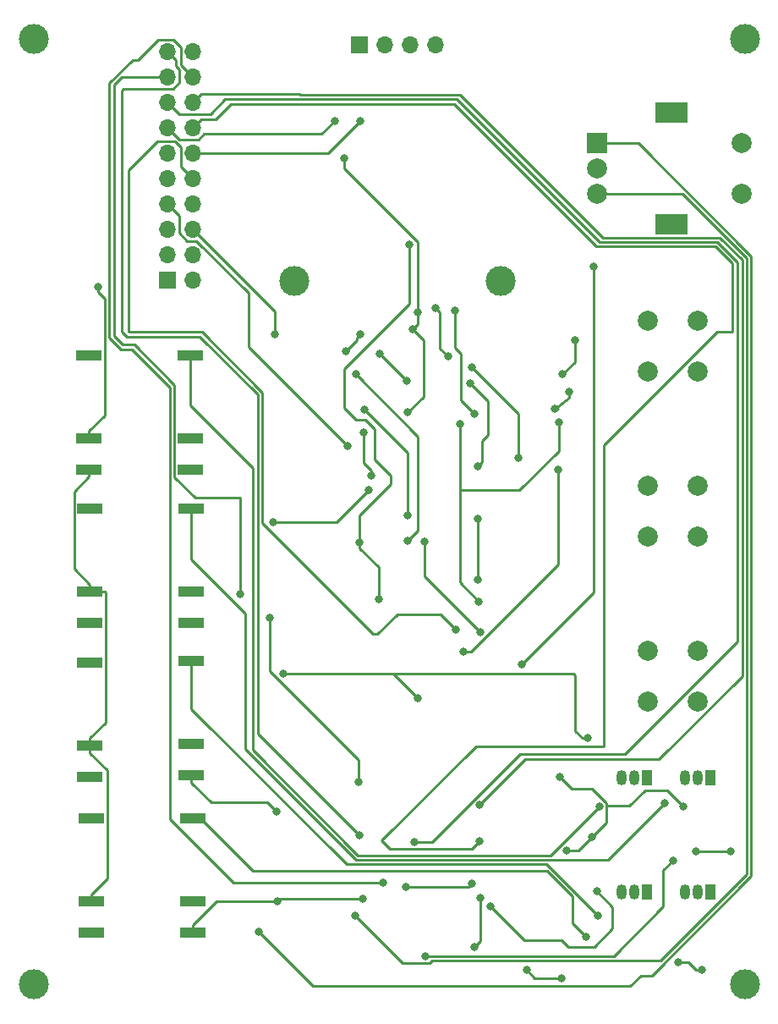
<source format=gbr>
G04 #@! TF.GenerationSoftware,KiCad,Pcbnew,(5.0.0)*
G04 #@! TF.CreationDate,2019-03-16T17:35:48-05:00*
G04 #@! TF.ProjectId,PP_UI,50505F55492E6B696361645F70636200,rev?*
G04 #@! TF.SameCoordinates,Original*
G04 #@! TF.FileFunction,Copper,L2,Bot,Signal*
G04 #@! TF.FilePolarity,Positive*
%FSLAX46Y46*%
G04 Gerber Fmt 4.6, Leading zero omitted, Abs format (unit mm)*
G04 Created by KiCad (PCBNEW (5.0.0)) date 03/16/19 17:35:48*
%MOMM*%
%LPD*%
G01*
G04 APERTURE LIST*
G04 #@! TA.AperFunction,ComponentPad*
%ADD10C,3.000000*%
G04 #@! TD*
G04 #@! TA.AperFunction,ComponentPad*
%ADD11R,2.500000X1.000000*%
G04 #@! TD*
G04 #@! TA.AperFunction,ComponentPad*
%ADD12O,1.050000X1.500000*%
G04 #@! TD*
G04 #@! TA.AperFunction,ComponentPad*
%ADD13R,1.050000X1.500000*%
G04 #@! TD*
G04 #@! TA.AperFunction,ComponentPad*
%ADD14C,2.000000*%
G04 #@! TD*
G04 #@! TA.AperFunction,ComponentPad*
%ADD15R,3.200000X2.000000*%
G04 #@! TD*
G04 #@! TA.AperFunction,ComponentPad*
%ADD16R,2.000000X2.000000*%
G04 #@! TD*
G04 #@! TA.AperFunction,ComponentPad*
%ADD17R,1.700000X1.700000*%
G04 #@! TD*
G04 #@! TA.AperFunction,ComponentPad*
%ADD18O,1.700000X1.700000*%
G04 #@! TD*
G04 #@! TA.AperFunction,ViaPad*
%ADD19C,0.800000*%
G04 #@! TD*
G04 #@! TA.AperFunction,Conductor*
%ADD20C,0.250000*%
G04 #@! TD*
G04 APERTURE END LIST*
D10*
G04 #@! TO.P,REF\002A\002A,1*
G04 #@! TO.N,N/C*
X199170000Y-81020000D03*
G04 #@! TD*
G04 #@! TO.P,REF\002A\002A,1*
G04 #@! TO.N,N/C*
X178470000Y-81020000D03*
G04 #@! TD*
G04 #@! TO.P,REF\002A\002A,1*
G04 #@! TO.N,N/C*
X223570000Y-151450000D03*
G04 #@! TD*
G04 #@! TO.P,REF\002A\002A,1*
G04 #@! TO.N,N/C*
X152370000Y-151450000D03*
G04 #@! TD*
G04 #@! TO.P,REF\002A\002A,1*
G04 #@! TO.N,N/C*
X152370000Y-56850000D03*
G04 #@! TD*
D11*
G04 #@! TO.P,J1,1*
G04 #@! TO.N,/GND*
X157903850Y-99899600D03*
G04 #@! TO.P,J1,2*
X157903850Y-96799600D03*
G04 #@! TO.P,J1,3*
G04 #@! TO.N,Net-(J1-Pad3)*
X157903850Y-88499600D03*
G04 #@! TD*
G04 #@! TO.P,J2,1*
G04 #@! TO.N,/GND*
X158030850Y-115266600D03*
G04 #@! TO.P,J2,2*
X158030850Y-112166600D03*
G04 #@! TO.P,J2,3*
G04 #@! TO.N,Net-(J2-Pad3)*
X158030850Y-103866600D03*
G04 #@! TD*
G04 #@! TO.P,J3,1*
G04 #@! TO.N,/GND*
X158030850Y-130633600D03*
G04 #@! TO.P,J3,2*
X158030850Y-127533600D03*
G04 #@! TO.P,J3,3*
G04 #@! TO.N,Net-(J3-Pad3)*
X158030850Y-119233600D03*
G04 #@! TD*
G04 #@! TO.P,J4,3*
G04 #@! TO.N,Net-(J4-Pad3)*
X158157850Y-134854600D03*
G04 #@! TO.P,J4,2*
G04 #@! TO.N,/GND*
X158157850Y-143154600D03*
G04 #@! TO.P,J4,1*
X158157850Y-146254600D03*
G04 #@! TD*
G04 #@! TO.P,J6,3*
G04 #@! TO.N,Net-(J6-Pad3)*
X168063850Y-88499600D03*
G04 #@! TO.P,J6,2*
G04 #@! TO.N,/GND*
X168063850Y-96799600D03*
G04 #@! TO.P,J6,1*
X168063850Y-99899600D03*
G04 #@! TD*
G04 #@! TO.P,J7,1*
G04 #@! TO.N,/GND*
X168190850Y-130473600D03*
G04 #@! TO.P,J7,2*
X168190850Y-127373600D03*
G04 #@! TO.P,J7,3*
G04 #@! TO.N,Net-(J7-Pad3)*
X168190850Y-119073600D03*
G04 #@! TD*
G04 #@! TO.P,J8,3*
G04 #@! TO.N,Net-(J8-Pad3)*
X168190850Y-103866600D03*
G04 #@! TO.P,J8,2*
G04 #@! TO.N,/GND*
X168190850Y-112166600D03*
G04 #@! TO.P,J8,1*
X168190850Y-115266600D03*
G04 #@! TD*
G04 #@! TO.P,J9,3*
G04 #@! TO.N,Net-(J9-Pad3)*
X168317850Y-134854600D03*
G04 #@! TO.P,J9,2*
G04 #@! TO.N,/GND*
X168317850Y-143154600D03*
G04 #@! TO.P,J9,1*
X168317850Y-146254600D03*
G04 #@! TD*
D12*
G04 #@! TO.P,Q1,2*
G04 #@! TO.N,Net-(J6-Pad3)*
X212491250Y-130790400D03*
G04 #@! TO.P,Q1,3*
G04 #@! TO.N,/+3V3*
X211221250Y-130790400D03*
D13*
G04 #@! TO.P,Q1,1*
G04 #@! TO.N,Gate_A*
X213761250Y-130790400D03*
G04 #@! TD*
G04 #@! TO.P,Q2,1*
G04 #@! TO.N,Gate_C*
X213761250Y-142220400D03*
D12*
G04 #@! TO.P,Q2,3*
G04 #@! TO.N,/+3V3*
X211221250Y-142220400D03*
G04 #@! TO.P,Q2,2*
G04 #@! TO.N,Net-(J7-Pad3)*
X212491250Y-142220400D03*
G04 #@! TD*
G04 #@! TO.P,Q3,2*
G04 #@! TO.N,Net-(J8-Pad3)*
X218841250Y-130790400D03*
G04 #@! TO.P,Q3,3*
G04 #@! TO.N,/+3V3*
X217571250Y-130790400D03*
D13*
G04 #@! TO.P,Q3,1*
G04 #@! TO.N,Gate_B*
X220111250Y-130790400D03*
G04 #@! TD*
G04 #@! TO.P,Q4,1*
G04 #@! TO.N,Gate_D*
X220111250Y-142220400D03*
D12*
G04 #@! TO.P,Q4,3*
G04 #@! TO.N,/+3V3*
X217571250Y-142220400D03*
G04 #@! TO.P,Q4,2*
G04 #@! TO.N,Net-(J9-Pad3)*
X218841250Y-142220400D03*
G04 #@! TD*
D14*
G04 #@! TO.P,SW1,1*
G04 #@! TO.N,/GND*
X213837450Y-85070400D03*
G04 #@! TO.P,SW1,2*
G04 #@! TO.N,Net-(R17-Pad1)*
X218837450Y-85070400D03*
G04 #@! TO.P,SW1,4*
G04 #@! TO.N,N/C*
X218837450Y-90070400D03*
G04 #@! TO.P,SW1,3*
X213837450Y-90070400D03*
G04 #@! TD*
G04 #@! TO.P,SW2,3*
G04 #@! TO.N,N/C*
X213837450Y-106580400D03*
G04 #@! TO.P,SW2,4*
X218837450Y-106580400D03*
G04 #@! TO.P,SW2,2*
G04 #@! TO.N,Net-(R18-Pad1)*
X218837450Y-101580400D03*
G04 #@! TO.P,SW2,1*
G04 #@! TO.N,/GND*
X213837450Y-101580400D03*
G04 #@! TD*
G04 #@! TO.P,SW3,1*
G04 #@! TO.N,/GND*
X213837450Y-118090400D03*
G04 #@! TO.P,SW3,2*
G04 #@! TO.N,Net-(R19-Pad1)*
X218837450Y-118090400D03*
G04 #@! TO.P,SW3,4*
G04 #@! TO.N,N/C*
X218837450Y-123090400D03*
G04 #@! TO.P,SW3,3*
X213837450Y-123090400D03*
G04 #@! TD*
G04 #@! TO.P,SW4,S1*
G04 #@! TO.N,Net-(R29-Pad2)*
X223257450Y-72290400D03*
G04 #@! TO.P,SW4,S2*
G04 #@! TO.N,/GND*
X223257450Y-67290400D03*
D15*
G04 #@! TO.P,SW4,MP*
G04 #@! TO.N,N/C*
X216257450Y-75390400D03*
X216257450Y-64190400D03*
D14*
G04 #@! TO.P,SW4,B*
G04 #@! TO.N,Net-(R24-Pad1)*
X208757450Y-72290400D03*
G04 #@! TO.P,SW4,C*
G04 #@! TO.N,/GND*
X208757450Y-69790400D03*
D16*
G04 #@! TO.P,SW4,A*
G04 #@! TO.N,Net-(R23-Pad1)*
X208757450Y-67290400D03*
G04 #@! TD*
D17*
G04 #@! TO.P,J10,1*
G04 #@! TO.N,/+3V3*
X165780598Y-80952420D03*
D18*
G04 #@! TO.P,J10,2*
G04 #@! TO.N,Gate_A*
X168320598Y-80952420D03*
G04 #@! TO.P,J10,3*
G04 #@! TO.N,Gate_B*
X165780598Y-78412420D03*
G04 #@! TO.P,J10,4*
G04 #@! TO.N,Gate_C*
X168320598Y-78412420D03*
G04 #@! TO.P,J10,5*
G04 #@! TO.N,Gate_D*
X165780598Y-75872420D03*
G04 #@! TO.P,J10,6*
G04 #@! TO.N,PITCH_A*
X168320598Y-75872420D03*
G04 #@! TO.P,J10,7*
G04 #@! TO.N,PITCH_B*
X165780598Y-73332420D03*
G04 #@! TO.P,J10,8*
G04 #@! TO.N,PITCH_C*
X168320598Y-73332420D03*
G04 #@! TO.P,J10,9*
G04 #@! TO.N,PITCH_D*
X165780598Y-70792420D03*
G04 #@! TO.P,J10,10*
G04 #@! TO.N,/VEE*
X168320598Y-70792420D03*
G04 #@! TO.P,J10,11*
G04 #@! TO.N,/GND*
X165780598Y-68252420D03*
G04 #@! TO.P,J10,12*
G04 #@! TO.N,SDA_Display*
X168320598Y-68252420D03*
G04 #@! TO.P,J10,13*
G04 #@! TO.N,SCL_Display*
X165780598Y-65712420D03*
G04 #@! TO.P,J10,14*
G04 #@! TO.N,Midi_loop*
X168320598Y-65712420D03*
G04 #@! TO.P,J10,15*
G04 #@! TO.N,Midi_Stop*
X165780598Y-63172420D03*
G04 #@! TO.P,J10,16*
G04 #@! TO.N,Midi_Play_Pause*
X168320598Y-63172420D03*
G04 #@! TO.P,J10,17*
G04 #@! TO.N,Enc_SW*
X165780598Y-60632420D03*
G04 #@! TO.P,J10,18*
G04 #@! TO.N,Enc_B*
X168320598Y-60632420D03*
G04 #@! TO.P,J10,19*
G04 #@! TO.N,Enc_A*
X165780598Y-58092420D03*
G04 #@! TO.P,J10,20*
G04 #@! TO.N,/VCC*
X168320598Y-58092420D03*
G04 #@! TD*
D17*
G04 #@! TO.P,J5,1*
G04 #@! TO.N,/+3V3*
X184989100Y-57468900D03*
D18*
G04 #@! TO.P,J5,2*
G04 #@! TO.N,/GND*
X187529100Y-57468900D03*
G04 #@! TO.P,J5,3*
G04 #@! TO.N,SCL_Display*
X190069100Y-57468900D03*
G04 #@! TO.P,J5,4*
G04 #@! TO.N,SDA_Display*
X192609100Y-57468900D03*
G04 #@! TD*
D10*
G04 #@! TO.P,REF\002A\002A,1*
G04 #@! TO.N,N/C*
X223570000Y-56850000D03*
G04 #@! TD*
D19*
G04 #@! TO.N,Net-(C1-Pad2)*
X187058300Y-88366600D03*
X185102500Y-86398100D03*
X183616600Y-88049100D03*
X189776100Y-91084400D03*
G04 #@! TO.N,PITCH_A*
X176517300Y-86410800D03*
G04 #@! TO.N,Net-(C2-Pad2)*
X186151450Y-100564400D03*
X185389450Y-96246400D03*
G04 #@! TO.N,PITCH_B*
X183794400Y-97548700D03*
G04 #@! TO.N,PITCH_C*
X194551300Y-83997800D03*
X196519800Y-94335600D03*
G04 #@! TO.N,Net-(C3-Pad2)*
X195041450Y-95357400D03*
X204947450Y-95230400D03*
X196946450Y-113137400D03*
X205963450Y-92182400D03*
X204566450Y-93833400D03*
G04 #@! TO.N,PITCH_D*
X192633600Y-83794600D03*
X193852800Y-88620600D03*
X200952100Y-98755200D03*
X196278500Y-89662000D03*
G04 #@! TO.N,Net-(C4-Pad2)*
X196873603Y-99602553D03*
X196057450Y-91293400D03*
G04 #@! TO.N,/GND*
X176745900Y-143141700D03*
X176690000Y-134130000D03*
X222200000Y-138140000D03*
X218690000Y-138140000D03*
X219275840Y-150000000D03*
X216910000Y-149250000D03*
X205050000Y-130690000D03*
X208310000Y-136670000D03*
X185300000Y-142830000D03*
X205740000Y-138040000D03*
X205250009Y-150780009D03*
X201770000Y-150000000D03*
X217420000Y-133640000D03*
X158860000Y-81610000D03*
G04 #@! TO.N,/+3V3*
X177342800Y-120319800D03*
X190855600Y-122783600D03*
X207886300Y-126796800D03*
X198145400Y-143611600D03*
X208762600Y-142138400D03*
X190347600Y-85902800D03*
X189865000Y-94183200D03*
X190881000Y-84162900D03*
X183490000Y-68810000D03*
G04 #@! TO.N,/VCC*
X190004700Y-77419200D03*
X185013600Y-107200700D03*
X186905900Y-112852200D03*
G04 #@! TO.N,/VEE*
X196824600Y-104813100D03*
X196824600Y-110921800D03*
X194691000Y-115976400D03*
G04 #@! TO.N,SCL_Display*
X182530000Y-65010000D03*
G04 #@! TO.N,SDA_Display*
X185110000Y-65010000D03*
G04 #@! TO.N,Gate_A*
X196545200Y-147662900D03*
X197104000Y-142748000D03*
G04 #@! TO.N,Gate_B*
X191617600Y-148602700D03*
X216369900Y-139014200D03*
G04 #@! TO.N,Midi_loop*
X197040500Y-137096500D03*
G04 #@! TO.N,Midi_Stop*
X190525400Y-137160000D03*
X189661800Y-141668500D03*
X196278500Y-141312900D03*
G04 #@! TO.N,Midi_Play_Pause*
X197053200Y-133489700D03*
G04 #@! TO.N,Enc_SW*
X173101000Y-112382300D03*
X176047400Y-114763015D03*
X184937400Y-131140200D03*
G04 #@! TO.N,Enc_B*
X187363100Y-141224000D03*
G04 #@! TO.N,Enc_A*
X185000900Y-136512300D03*
G04 #@! TO.N,Net-(R1-Pad1)*
X189834450Y-107041400D03*
X184627450Y-90404400D03*
G04 #@! TO.N,Net-(R2-Pad1)*
X189834450Y-104501400D03*
X185516450Y-93960400D03*
G04 #@! TO.N,Net-(R3-Pad1)*
X191485450Y-107168400D03*
X197073450Y-116185400D03*
G04 #@! TO.N,Net-(R10-Pad2)*
X176372450Y-105150400D03*
X185897450Y-101961400D03*
G04 #@! TO.N,Net-(R23-Pad1)*
X174950000Y-146190000D03*
G04 #@! TO.N,Net-(R24-Pad1)*
X184570000Y-144560000D03*
G04 #@! TO.N,Net-(R29-Pad2)*
X208457800Y-79578200D03*
X201231500Y-119405400D03*
G04 #@! TO.N,Net-(J3-Pad3)*
X206565500Y-87007700D03*
X205320900Y-90398600D03*
G04 #@! TO.N,Net-(J4-Pad3)*
X195376800Y-118173500D03*
X204927200Y-99898200D03*
G04 #@! TO.N,Net-(J6-Pad3)*
X209016600Y-133654800D03*
G04 #@! TO.N,Net-(J7-Pad3)*
X208838800Y-144526000D03*
G04 #@! TO.N,Net-(J8-Pad3)*
X215557100Y-133299200D03*
G04 #@! TO.N,Net-(J9-Pad3)*
X207700000Y-146650000D03*
G04 #@! TD*
D20*
G04 #@! TO.N,Net-(C1-Pad2)*
X189776100Y-91084400D02*
X189776100Y-91084400D01*
X187058300Y-88366600D02*
X187058300Y-88366600D01*
X184702501Y-86798099D02*
X184702501Y-86963199D01*
X185102500Y-86398100D02*
X184702501Y-86798099D01*
X184702501Y-86963199D02*
X183616600Y-88049100D01*
X183616600Y-88049100D02*
X183616600Y-88049100D01*
X189776100Y-91084400D02*
X187058300Y-88366600D01*
G04 #@! TO.N,PITCH_A*
X176517300Y-86410800D02*
X176517300Y-86410800D01*
X176517300Y-84069122D02*
X168320598Y-75872420D01*
X176517300Y-86410800D02*
X176517300Y-84069122D01*
G04 #@! TO.N,Net-(C2-Pad2)*
X186151450Y-99998715D02*
X185389450Y-99236715D01*
X186151450Y-100564400D02*
X186151450Y-99998715D01*
X185389450Y-99236715D02*
X185389450Y-96246400D01*
X185389450Y-96246400D02*
X185389450Y-96246400D01*
G04 #@! TO.N,PITCH_B*
X166955599Y-74507421D02*
X166630597Y-74182419D01*
X166955599Y-76246423D02*
X166955599Y-74507421D01*
X167756597Y-77047421D02*
X166955599Y-76246423D01*
X168694601Y-77047421D02*
X167756597Y-77047421D01*
X173920299Y-82273119D02*
X168694601Y-77047421D01*
X173920299Y-87674599D02*
X173920299Y-82273119D01*
X166630597Y-74182419D02*
X165780598Y-73332420D01*
X183794400Y-97548700D02*
X173920299Y-87674599D01*
G04 #@! TO.N,PITCH_C*
X194551300Y-83997800D02*
X194551300Y-87744300D01*
X194551300Y-87744300D02*
X195173600Y-88366600D01*
X195173600Y-88366600D02*
X195173600Y-92989400D01*
X195173600Y-92989400D02*
X196519800Y-94335600D01*
X196519800Y-94335600D02*
X196519800Y-94335600D01*
G04 #@! TO.N,Net-(C3-Pad2)*
X195041450Y-111232400D02*
X196946450Y-113137400D01*
X195041450Y-101961400D02*
X195041450Y-111232400D01*
X195041450Y-95357400D02*
X195041450Y-101961400D01*
X204947450Y-95230400D02*
X204947450Y-95230400D01*
X196946450Y-113137400D02*
X196946450Y-113137400D01*
X205963450Y-92748085D02*
X204566450Y-93833400D01*
X205963450Y-92182400D02*
X205963450Y-92748085D01*
X204878135Y-93833400D02*
X204566450Y-93833400D01*
X204566450Y-93833400D02*
X204878135Y-93833400D01*
X204947450Y-98036450D02*
X204947450Y-95230400D01*
X195041450Y-101961400D02*
X201022500Y-101961400D01*
X201022500Y-101961400D02*
X204947450Y-98036450D01*
G04 #@! TO.N,PITCH_D*
X193033599Y-84194599D02*
X193033599Y-87801399D01*
X192633600Y-83794600D02*
X193033599Y-84194599D01*
X193033599Y-87801399D02*
X193852800Y-88620600D01*
X193852800Y-88620600D02*
X193852800Y-88620600D01*
X200952100Y-98755200D02*
X200952100Y-94335600D01*
X200952100Y-94335600D02*
X196278500Y-89662000D01*
X196278500Y-89662000D02*
X196278500Y-89662000D01*
G04 #@! TO.N,Net-(C4-Pad2)*
X197835450Y-93071400D02*
X196057450Y-91293400D01*
X197835450Y-96500400D02*
X197835450Y-93071400D01*
X197273602Y-97062248D02*
X197835450Y-96500400D01*
X196873603Y-99602553D02*
X197273602Y-99202554D01*
X197273602Y-99202554D02*
X197273602Y-97062248D01*
G04 #@! TO.N,/GND*
X168317850Y-145504600D02*
X168317850Y-146254600D01*
X170680750Y-143141700D02*
X168317850Y-145504600D01*
X176745900Y-143141700D02*
X170680750Y-143141700D01*
X168190850Y-131223600D02*
X168190850Y-130473600D01*
X170170650Y-133203400D02*
X168190850Y-131223600D01*
X175760000Y-133203400D02*
X175763400Y-133203400D01*
X175760000Y-133203400D02*
X170170650Y-133203400D01*
X175763400Y-133203400D02*
X176690000Y-134130000D01*
X176690000Y-134130000D02*
X176690000Y-134130000D01*
X157903850Y-100649600D02*
X157903850Y-99899600D01*
X156455849Y-102097601D02*
X157903850Y-100649600D01*
X156455849Y-109841599D02*
X156455849Y-102097601D01*
X158030850Y-111416600D02*
X156455849Y-109841599D01*
X158030850Y-112166600D02*
X158030850Y-111416600D01*
X158030850Y-126783600D02*
X158030850Y-127533600D01*
X159605851Y-125208599D02*
X158030850Y-126783600D01*
X159605851Y-112241601D02*
X159605851Y-125208599D01*
X159530850Y-112166600D02*
X159605851Y-112241601D01*
X158030850Y-112166600D02*
X159530850Y-112166600D01*
X158157850Y-142404600D02*
X158157850Y-143154600D01*
X159732851Y-140829599D02*
X158157850Y-142404600D01*
X159732851Y-129985601D02*
X159732851Y-140829599D01*
X158030850Y-128283600D02*
X159732851Y-129985601D01*
X158030850Y-127533600D02*
X158030850Y-128283600D01*
X222200000Y-138140000D02*
X218690000Y-138140000D01*
X218690000Y-138140000D02*
X218690000Y-138140000D01*
X218710155Y-150000000D02*
X217960155Y-149250000D01*
X219275840Y-150000000D02*
X218710155Y-150000000D01*
X217960155Y-149250000D02*
X216910000Y-149250000D01*
X216910000Y-149250000D02*
X216910000Y-149250000D01*
X208300212Y-131865410D02*
X209741601Y-133306799D01*
X205050000Y-130690000D02*
X206225410Y-131865410D01*
X206225410Y-131865410D02*
X208300212Y-131865410D01*
X209741601Y-135238399D02*
X208310000Y-136670000D01*
X208310000Y-136670000D02*
X208310000Y-136670000D01*
X177057600Y-142830000D02*
X176745900Y-143141700D01*
X185300000Y-142830000D02*
X177057600Y-142830000D01*
X206940000Y-138040000D02*
X208310000Y-136670000D01*
X205740000Y-138040000D02*
X206940000Y-138040000D01*
X205250009Y-150780009D02*
X202550009Y-150780009D01*
X202550009Y-150780009D02*
X201770000Y-150000000D01*
X201770000Y-150000000D02*
X201770000Y-150000000D01*
X215790000Y-132010000D02*
X213590000Y-132010000D01*
X217420000Y-133640000D02*
X215790000Y-132010000D01*
X213590000Y-132010000D02*
X212030000Y-133570000D01*
X212030000Y-133570000D02*
X212030000Y-133570000D01*
X209811601Y-133570000D02*
X209741601Y-133640000D01*
X212030000Y-133570000D02*
X209811601Y-133570000D01*
X209741601Y-133306799D02*
X209741601Y-133640000D01*
X209741601Y-133640000D02*
X209741601Y-135238399D01*
X157903850Y-96049600D02*
X157903850Y-96799600D01*
X159478851Y-94474599D02*
X157903850Y-96049600D01*
X159478851Y-82794536D02*
X159478851Y-94474599D01*
X158860000Y-82175685D02*
X159478851Y-82794536D01*
X158860000Y-81610000D02*
X158860000Y-82175685D01*
G04 #@! TO.N,/+3V3*
X188391800Y-120319800D02*
X190855600Y-122783600D01*
X190855600Y-122783600D02*
X190855600Y-122783600D01*
X207320615Y-126796800D02*
X206590900Y-126067085D01*
X207886300Y-126796800D02*
X207320615Y-126796800D01*
X206590900Y-126067085D02*
X206590900Y-120510300D01*
X206400400Y-120319800D02*
X188252100Y-120319800D01*
X206590900Y-120510300D02*
X206400400Y-120319800D01*
X177342800Y-120319800D02*
X188252100Y-120319800D01*
X188252100Y-120319800D02*
X188391800Y-120319800D01*
X201524701Y-146990901D02*
X205245801Y-146990901D01*
X198145400Y-143611600D02*
X201524701Y-146990901D01*
X205245801Y-146990901D02*
X205917800Y-147662900D01*
X208495900Y-147662900D02*
X210337400Y-145821400D01*
X205917800Y-147662900D02*
X208495900Y-147662900D01*
X210337400Y-145821400D02*
X210337400Y-144360900D01*
X210337400Y-144360900D02*
X210337400Y-143713200D01*
X210337400Y-143713200D02*
X208762600Y-142138400D01*
X208762600Y-142138400D02*
X208762600Y-142138400D01*
X191414400Y-86969600D02*
X191414400Y-92633800D01*
X190347600Y-85902800D02*
X191414400Y-86969600D01*
X191414400Y-92633800D02*
X189865000Y-94183200D01*
X189865000Y-94183200D02*
X189865000Y-94183200D01*
X190881000Y-85369400D02*
X190347600Y-85902800D01*
X190881000Y-84162900D02*
X190881000Y-85369400D01*
X190881000Y-77161000D02*
X183490000Y-69770000D01*
X190881000Y-84162900D02*
X190881000Y-77161000D01*
X183490000Y-69770000D02*
X183490000Y-68810000D01*
X183490000Y-68810000D02*
X183490000Y-68810000D01*
G04 #@! TO.N,/VCC*
X190004700Y-77419200D02*
X190004700Y-83337400D01*
X190004700Y-83337400D02*
X186410600Y-86931500D01*
X186410600Y-86931500D02*
X183502300Y-89839800D01*
X183502300Y-89839800D02*
X183502300Y-92087700D01*
X183502300Y-92087700D02*
X183502300Y-93751400D01*
X183502300Y-93751400D02*
X184658000Y-94907100D01*
X185585100Y-94907100D02*
X186550300Y-95872300D01*
X184658000Y-94907100D02*
X185585100Y-94907100D01*
X186550300Y-95872300D02*
X186550300Y-96596200D01*
X186550300Y-96596200D02*
X186550300Y-98920300D01*
X186550300Y-98920300D02*
X188125100Y-100495100D01*
X188125100Y-100495100D02*
X188125100Y-101371400D01*
X188125100Y-101371400D02*
X185102500Y-104394000D01*
X185102500Y-104394000D02*
X185013600Y-104482900D01*
X185013600Y-104482900D02*
X185013600Y-107200700D01*
X185013600Y-107200700D02*
X185013600Y-107200700D01*
X185013600Y-107766385D02*
X186905900Y-109658685D01*
X185013600Y-107200700D02*
X185013600Y-107766385D01*
X186905900Y-109658685D02*
X186905900Y-112852200D01*
X186905900Y-112852200D02*
X186905900Y-112852200D01*
G04 #@! TO.N,/VEE*
X196824600Y-104813100D02*
X196824600Y-110921800D01*
X196824600Y-110921800D02*
X196824600Y-110921800D01*
X194691000Y-115976400D02*
X194691000Y-115976400D01*
X167145597Y-69617419D02*
X167470599Y-69942421D01*
X166534597Y-67077419D02*
X167145597Y-67688419D01*
X167470599Y-69942421D02*
X168320598Y-70792420D01*
X164735681Y-67077419D02*
X166534597Y-67077419D01*
X161861500Y-69951600D02*
X164735681Y-67077419D01*
X161861500Y-86169500D02*
X161861500Y-69951600D01*
X169214800Y-86169500D02*
X161861500Y-86169500D01*
X175260000Y-92214700D02*
X169214800Y-86169500D01*
X193090800Y-114376200D02*
X188798200Y-114376200D01*
X167145597Y-67688419D02*
X167145597Y-69617419D01*
X188798200Y-114376200D02*
X186804300Y-116370100D01*
X186804300Y-116370100D02*
X186359800Y-116370100D01*
X194691000Y-115976400D02*
X193090800Y-114376200D01*
X186359800Y-116370100D02*
X175260000Y-105270300D01*
X175260000Y-105270300D02*
X175260000Y-92214700D01*
G04 #@! TO.N,SCL_Display*
X181196601Y-66343399D02*
X182530000Y-65010000D01*
X182530000Y-65010000D02*
X182590000Y-64950000D01*
X166630597Y-66562419D02*
X165780598Y-65712420D01*
X166656007Y-66562419D02*
X166630597Y-66562419D01*
X166981009Y-66887421D02*
X166656007Y-66562419D01*
X168884599Y-66887421D02*
X166981009Y-66887421D01*
X169428621Y-66343399D02*
X168884599Y-66887421D01*
X181196601Y-66343399D02*
X169428621Y-66343399D01*
G04 #@! TO.N,SDA_Display*
X185110000Y-65010000D02*
X185110000Y-65010000D01*
X181867580Y-68252420D02*
X168320598Y-68252420D01*
X185110000Y-65010000D02*
X181867580Y-68252420D01*
G04 #@! TO.N,Gate_A*
X197104000Y-147104100D02*
X196545200Y-147662900D01*
X197104000Y-142748000D02*
X197104000Y-147104100D01*
G04 #@! TO.N,Gate_B*
X191617600Y-148602700D02*
X210464400Y-148602700D01*
X210464400Y-148602700D02*
X215417400Y-143649700D01*
X215417400Y-143649700D02*
X215417400Y-139966700D01*
X215417400Y-139966700D02*
X216369900Y-139014200D01*
X216369900Y-139014200D02*
X216369900Y-139014200D01*
G04 #@! TO.N,Midi_loop*
X197040500Y-137096500D02*
X197040500Y-137096500D01*
X196251999Y-137885001D02*
X197040500Y-137096500D01*
X188037301Y-137885001D02*
X196251999Y-137885001D01*
X196659500Y-127584200D02*
X187198000Y-137045700D01*
X209486500Y-127584200D02*
X196659500Y-127584200D01*
X209486500Y-97460348D02*
X209486500Y-127584200D01*
X220802748Y-86144100D02*
X209486500Y-97460348D01*
X222326200Y-86144100D02*
X220802748Y-86144100D01*
X222326200Y-79298800D02*
X222326200Y-86144100D01*
X220642821Y-77615421D02*
X222326200Y-79298800D01*
X170582879Y-64862421D02*
X172106880Y-63338420D01*
X194465920Y-63338420D02*
X208742921Y-77615421D01*
X187198000Y-137045700D02*
X188037301Y-137885001D01*
X169170597Y-64862421D02*
X170582879Y-64862421D01*
X208742921Y-77615421D02*
X220642821Y-77615421D01*
X168320598Y-65712420D02*
X169170597Y-64862421D01*
X172106880Y-63338420D02*
X194465920Y-63338420D01*
G04 #@! TO.N,Midi_Stop*
X190525400Y-137160000D02*
X190525400Y-137160000D01*
X195922900Y-141668500D02*
X196278500Y-141312900D01*
X189661800Y-141668500D02*
X195922900Y-141668500D01*
X192309898Y-137160000D02*
X190525400Y-137160000D01*
X222834200Y-117132648D02*
X211595248Y-128371600D01*
X222834200Y-79224280D02*
X222834200Y-117132648D01*
X222866790Y-79191690D02*
X222834200Y-79224280D01*
X220840511Y-77165411D02*
X222866790Y-79191690D01*
X165780598Y-63172420D02*
X166955599Y-64347421D01*
X211595248Y-128371600D02*
X201098298Y-128371600D01*
X166955599Y-64347421D02*
X170081879Y-64347421D01*
X201098298Y-128371600D02*
X192309898Y-137160000D01*
X170081879Y-64347421D02*
X171540890Y-62888410D01*
X171540890Y-62888410D02*
X194727110Y-62888410D01*
X194727110Y-62888410D02*
X209004111Y-77165411D01*
X209004111Y-77165411D02*
X220840511Y-77165411D01*
G04 #@! TO.N,Midi_Play_Pause*
X197053200Y-133489700D02*
X197053200Y-133489700D01*
X169170597Y-62322421D02*
X168320598Y-63172420D01*
X178972421Y-62322421D02*
X169170597Y-62322421D01*
X179088400Y-62438400D02*
X178972421Y-62322421D01*
X195102600Y-62438400D02*
X179088400Y-62438400D01*
X209379601Y-76715401D02*
X195102600Y-62438400D01*
X197053200Y-133489700D02*
X201625200Y-128917700D01*
X201625200Y-128917700D02*
X214971152Y-128917700D01*
X214971152Y-128917700D02*
X223316800Y-120572052D01*
X223316800Y-120572052D02*
X223316800Y-78930500D01*
X223316800Y-78930500D02*
X221101701Y-76715401D01*
X221101701Y-76715401D02*
X209379601Y-76715401D01*
G04 #@! TO.N,Enc_SW*
X173101000Y-112382300D02*
X173101000Y-112382300D01*
X176047400Y-120097402D02*
X184937400Y-128987402D01*
X176047400Y-114763015D02*
X176047400Y-120097402D01*
X184937400Y-128987402D02*
X184937400Y-131140200D01*
X184937400Y-131140200D02*
X184937400Y-131140200D01*
X160413700Y-86537800D02*
X160413700Y-61442600D01*
X161315400Y-87439500D02*
X160413700Y-86537800D01*
X173101000Y-102730300D02*
X168559548Y-102730300D01*
X168559548Y-102730300D02*
X166488849Y-100659601D01*
X173101000Y-112382300D02*
X173101000Y-102730300D01*
X166488849Y-100659601D02*
X166488849Y-91469949D01*
X166488849Y-91469949D02*
X162458400Y-87439500D01*
X162458400Y-87439500D02*
X161315400Y-87439500D01*
X161223880Y-60632420D02*
X165780598Y-60632420D01*
X160413700Y-61442600D02*
X161223880Y-60632420D01*
G04 #@! TO.N,Enc_B*
X187363100Y-141224000D02*
X187363100Y-141224000D01*
X166038839Y-134910591D02*
X172352248Y-141224000D01*
X166038839Y-91693039D02*
X166038839Y-134910591D01*
X162235310Y-87889510D02*
X166038839Y-91693039D01*
X161128999Y-87889509D02*
X162235310Y-87889510D01*
X159943800Y-86704310D02*
X161128999Y-87889509D01*
X159943800Y-61276090D02*
X159943800Y-86704310D01*
X172352248Y-141224000D02*
X187363100Y-141224000D01*
X162266490Y-58953400D02*
X159943800Y-61276090D01*
X168320598Y-60632420D02*
X167145597Y-59457419D01*
X167145597Y-59457419D02*
X167145597Y-57718417D01*
X167145597Y-57718417D02*
X166344599Y-56917419D01*
X166344599Y-56917419D02*
X164872581Y-56917419D01*
X164872581Y-56917419D02*
X162836600Y-58953400D01*
X162836600Y-58953400D02*
X162266490Y-58953400D01*
G04 #@! TO.N,Enc_A*
X185000900Y-136512300D02*
X185000900Y-136512300D01*
X185000900Y-136512300D02*
X174809990Y-126321390D01*
X174809990Y-126321390D02*
X174809990Y-92401100D01*
X174809990Y-92401100D02*
X169028400Y-86619510D01*
X169028400Y-86619510D02*
X161675100Y-86619510D01*
X161675100Y-86619510D02*
X161188400Y-86132810D01*
X161188400Y-86132810D02*
X161188400Y-62026800D01*
X166630597Y-58942419D02*
X165780598Y-58092420D01*
X166955599Y-59903831D02*
X166630597Y-59578829D01*
X166630597Y-59578829D02*
X166630597Y-58942419D01*
X166955599Y-61196421D02*
X166955599Y-59903831D01*
X166344599Y-61807421D02*
X166955599Y-61196421D01*
X161407779Y-61807421D02*
X166344599Y-61807421D01*
X161188400Y-62026800D02*
X161407779Y-61807421D01*
G04 #@! TO.N,Net-(R1-Pad1)*
X190850450Y-106025400D02*
X190850450Y-96627400D01*
X189834450Y-107041400D02*
X190850450Y-106025400D01*
X190850450Y-96627400D02*
X184627450Y-90404400D01*
X184627450Y-90404400D02*
X184627450Y-90404400D01*
G04 #@! TO.N,Net-(R2-Pad1)*
X189834450Y-104501400D02*
X189834450Y-98278400D01*
X189834450Y-98278400D02*
X185516450Y-93960400D01*
X185516450Y-93960400D02*
X185516450Y-93960400D01*
G04 #@! TO.N,Net-(R3-Pad1)*
X191485450Y-107168400D02*
X191485450Y-110597400D01*
X191485450Y-110597400D02*
X197073450Y-116185400D01*
X197073450Y-116185400D02*
X197073450Y-116185400D01*
G04 #@! TO.N,Net-(R10-Pad2)*
X176372450Y-105150400D02*
X182708450Y-105150400D01*
X182708450Y-105150400D02*
X185897450Y-101961400D01*
X185897450Y-101961400D02*
X185897450Y-101961400D01*
G04 #@! TO.N,Net-(R23-Pad1)*
X179330000Y-150570000D02*
X174950000Y-146190000D01*
X180380000Y-151620000D02*
X179330000Y-150570000D01*
X212100000Y-151620000D02*
X180380000Y-151620000D01*
X212949520Y-67290400D02*
X224240010Y-78580892D01*
X224240010Y-140588052D02*
X214258062Y-150570000D01*
X208757450Y-67290400D02*
X212949520Y-67290400D01*
X224240010Y-78580892D02*
X224240010Y-140588052D01*
X214258062Y-150570000D02*
X213150000Y-150570000D01*
X213150000Y-150570000D02*
X212100000Y-151620000D01*
G04 #@! TO.N,Net-(R24-Pad1)*
X223766810Y-116976810D02*
X223766809Y-78744099D01*
X189337701Y-149327701D02*
X192002299Y-149327701D01*
X223766809Y-78744099D02*
X217313110Y-72290400D01*
X184570000Y-144560000D02*
X189337701Y-149327701D01*
X223790000Y-117000000D02*
X223766810Y-116976810D01*
X192002299Y-149327701D02*
X192277290Y-149052710D01*
X192277290Y-149052710D02*
X215138942Y-149052710D01*
X215138942Y-149052710D02*
X223790000Y-140401652D01*
X217313110Y-72290400D02*
X208757450Y-72290400D01*
X223790000Y-140401652D02*
X223790000Y-117000000D01*
G04 #@! TO.N,Net-(R29-Pad2)*
X208457800Y-79578200D02*
X208457800Y-112179100D01*
X208457800Y-112179100D02*
X201231500Y-119405400D01*
X201231500Y-119405400D02*
X201231500Y-119405400D01*
G04 #@! TO.N,Net-(J3-Pad3)*
X206565500Y-87007700D02*
X206565500Y-89154000D01*
X206565500Y-89154000D02*
X205320900Y-90398600D01*
X205320900Y-90398600D02*
X205320900Y-90398600D01*
G04 #@! TO.N,Net-(J4-Pad3)*
X196158352Y-118173500D02*
X204927200Y-109404652D01*
X195376800Y-118173500D02*
X196158352Y-118173500D01*
X204927200Y-109404652D02*
X204927200Y-99898200D01*
X204927200Y-99898200D02*
X204927200Y-99898200D01*
G04 #@! TO.N,Net-(J6-Pad3)*
X168063850Y-93492650D02*
X174294800Y-99723600D01*
X184868799Y-138520001D02*
X204151399Y-138520001D01*
X174294800Y-99723600D02*
X174294800Y-127946002D01*
X174294800Y-127946002D02*
X184868799Y-138520001D01*
X204151399Y-138520001D02*
X209016600Y-133654800D01*
X209016600Y-133654800D02*
X209016600Y-133654800D01*
X168063850Y-93492650D02*
X168063850Y-88499600D01*
G04 #@! TO.N,Net-(J7-Pad3)*
X208838800Y-144526000D02*
X208838800Y-144526000D01*
X203732821Y-139420021D02*
X208838800Y-144526000D01*
X183747771Y-139420021D02*
X203732821Y-139420021D01*
X168190850Y-119073600D02*
X168190850Y-123863100D01*
X168190850Y-123863100D02*
X183747771Y-139420021D01*
G04 #@! TO.N,Net-(J8-Pad3)*
X168190850Y-108923150D02*
X173583600Y-114315900D01*
X173583600Y-127871212D02*
X184682399Y-138970011D01*
X209886289Y-138970011D02*
X215557100Y-133299200D01*
X215557100Y-133299200D02*
X215557100Y-133299200D01*
X168190850Y-108923150D02*
X168190850Y-103866600D01*
X173583600Y-114315900D02*
X173583600Y-127871212D01*
X184682399Y-138970011D02*
X209886289Y-138970011D01*
G04 #@! TO.N,Net-(J9-Pad3)*
X206324200Y-145274200D02*
X207700000Y-146650000D01*
X206324200Y-142647810D02*
X206324200Y-145274200D01*
X203782790Y-140106400D02*
X206324200Y-142647810D01*
X174319650Y-140106400D02*
X203782790Y-140106400D01*
X168317850Y-134854600D02*
X169067850Y-134854600D01*
X169067850Y-134854600D02*
X174319650Y-140106400D01*
G04 #@! TD*
M02*

</source>
